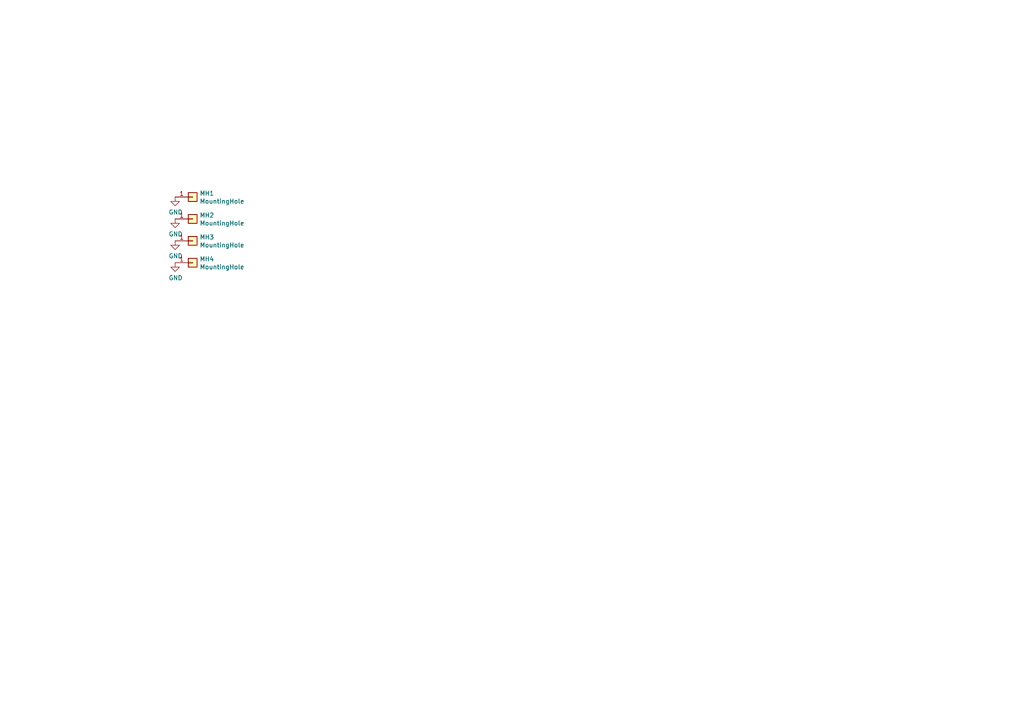
<source format=kicad_sch>
(kicad_sch (version 20230121) (generator eeschema)
  (paper "A4")
  (lib_symbols
    (symbol "Connector_Generic:Conn_01x01" (pin_names (offset 1.016) hide)
      (property "Reference" "J" (at 0 2.54 0))
      (property "Value" "Conn_01x01" (at 0 -2.54 0))
      (symbol "Conn_01x01_1_1"
        (rectangle (start -1.27 0.127) (end 0 -0.127) (stroke (width 0.1524)))
        (rectangle (start -1.27 1.27) (end 1.27 -1.27) (stroke (width 0.254)) (fill (type background)))
        (pin passive line (at -5.08 0 0) (length 3.81) (name "Pin_1") (number "1"))
      )
    )
    (symbol "power:GND" (power) (pin_names (offset 0))
      (property "Value" "GND" (at 0 -3.81 0))
      (symbol "GND_0_1"
        (polyline (pts (xy 0 0) (xy 0 -1.27) (xy 1.27 -1.27) (xy 0 -2.54) (xy -1.27 -1.27) (xy 0 -1.27)))
      )
      (symbol "GND_1_1"
        (pin power_in line (at 0 0 270) (length 0) hide (name "GND") (number "1"))
      )
    )
  )
  (symbol (lib_id "Connector_Generic:Conn_01x01") (at 55.88 76.2 0) (unit 1)
    (property "Reference" "MH4" (at 57.912 75.1332 0) (effects (justify left)))
    (property "Value" "MountingHole" (at 57.912 77.4446 0) (effects (justify left)))
    (property "Footprint" "locallib:MountingHole_5.5mm_Pad_Via" (effects hide))
  )
  (symbol (lib_id "power:GND") (at 50.8 76.2 0) (unit 1)
    (property "Reference" "#PWR0101" (effects hide))
    (property "Value" "GND" (at 50.927 80.5942 0))
  )
  (symbol (lib_id "Connector_Generic:Conn_01x01") (at 55.88 69.85 0) (unit 1)
    (property "Reference" "MH3" (at 57.912 68.7832 0) (effects (justify left)))
    (property "Value" "MountingHole" (at 57.912 71.0946 0) (effects (justify left)))
    (property "Footprint" "locallib:MountingHole_5.5mm_Pad_Via" (effects hide))
  )
  (symbol (lib_id "power:GND") (at 50.8 69.85 0) (unit 1)
    (property "Reference" "#PWR0102" (effects hide))
    (property "Value" "GND" (at 50.927 74.2442 0))
  )
  (symbol (lib_id "Connector_Generic:Conn_01x01") (at 55.88 63.5 0) (unit 1)
    (property "Reference" "MH2" (at 57.912 62.4332 0) (effects (justify left)))
    (property "Value" "MountingHole" (at 57.912 64.7446 0) (effects (justify left)))
    (property "Footprint" "locallib:MountingHole_5.5mm_Pad_Via" (effects hide))
  )
  (symbol (lib_id "power:GND") (at 50.8 63.5 0) (unit 1)
    (property "Reference" "#PWR0103" (effects hide))
    (property "Value" "GND" (at 50.927 67.8942 0))
  )
  (symbol (lib_id "Connector_Generic:Conn_01x01") (at 55.88 57.15 0) (unit 1)
    (property "Reference" "MH1" (at 57.912 56.0832 0) (effects (justify left)))
    (property "Value" "MountingHole" (at 57.912 58.3946 0) (effects (justify left)))
    (property "Footprint" "locallib:MountingHole_5.5mm_Pad_Via" (effects hide))
  )
  (symbol (lib_id "power:GND") (at 50.8 57.15 0) (unit 1)
    (property "Reference" "#PWR0104" (effects hide))
    (property "Value" "GND" (at 50.927 61.5442 0))
  )
)
</source>
